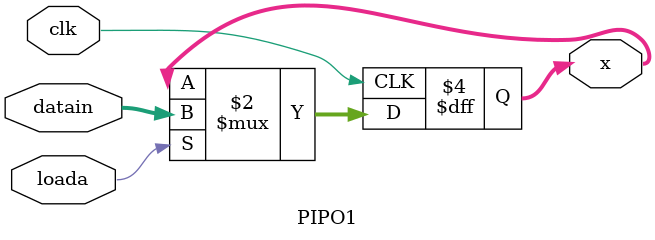
<source format=sv>
module PIPO1(x, clk, loada, datain);
input clk, loada;
input [15:0] datain;
output reg [15:0] x;
always @(posedge clk)
if(loada) x<= datain;
endmodule

</source>
